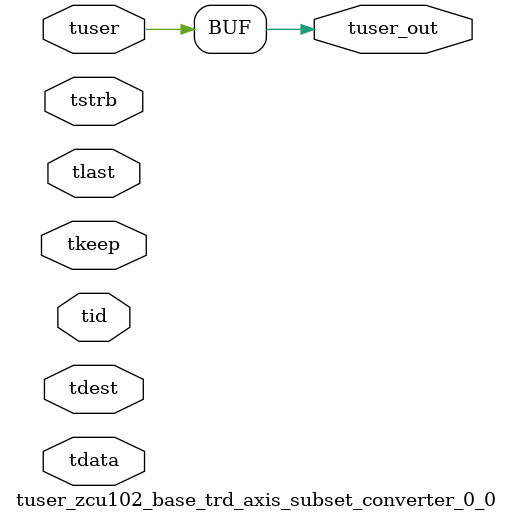
<source format=v>


`timescale 1ps/1ps

module tuser_zcu102_base_trd_axis_subset_converter_0_0 #
(
parameter C_S_AXIS_TUSER_WIDTH = 1,
parameter C_S_AXIS_TDATA_WIDTH = 32,
parameter C_S_AXIS_TID_WIDTH   = 0,
parameter C_S_AXIS_TDEST_WIDTH = 0,
parameter C_M_AXIS_TUSER_WIDTH = 1
)
(
input  [(C_S_AXIS_TUSER_WIDTH == 0 ? 1 : C_S_AXIS_TUSER_WIDTH)-1:0     ] tuser,
input  [(C_S_AXIS_TDATA_WIDTH == 0 ? 1 : C_S_AXIS_TDATA_WIDTH)-1:0     ] tdata,
input  [(C_S_AXIS_TID_WIDTH   == 0 ? 1 : C_S_AXIS_TID_WIDTH)-1:0       ] tid,
input  [(C_S_AXIS_TDEST_WIDTH == 0 ? 1 : C_S_AXIS_TDEST_WIDTH)-1:0     ] tdest,
input  [(C_S_AXIS_TDATA_WIDTH/8)-1:0 ] tkeep,
input  [(C_S_AXIS_TDATA_WIDTH/8)-1:0 ] tstrb,
input                                                                    tlast,
output [C_M_AXIS_TUSER_WIDTH-1:0] tuser_out
);

assign tuser_out = {tuser[0:0]};

endmodule


</source>
